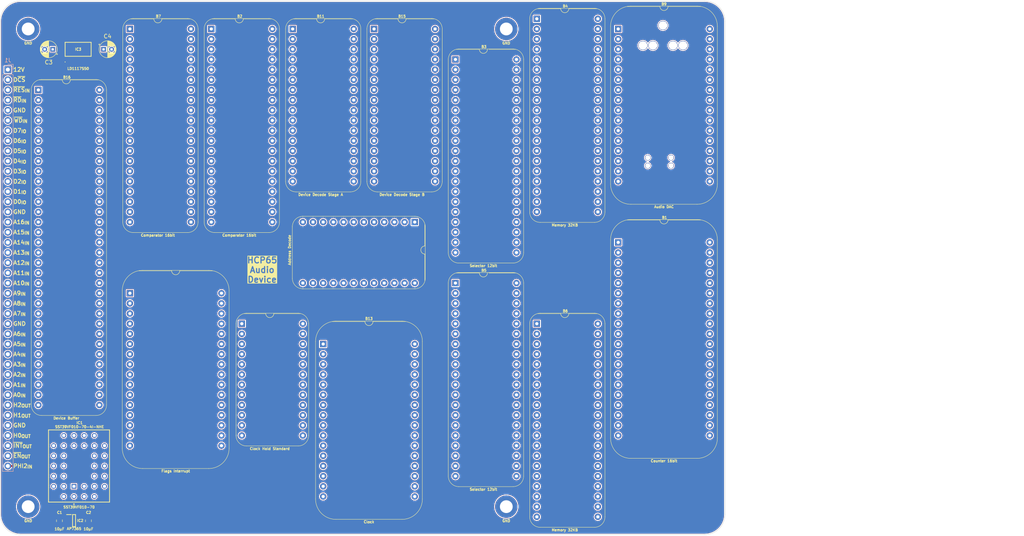
<source format=kicad_pcb>
(kicad_pcb (version 20221018) (generator pcbnew)
  (layers (0 "F.Cu" signal) (31 "B.Cu" signal) (36 "B.SilkS" user "B.Silkscreen") (37 "F.SilkS" user "F.Silkscreen") (38 "B.Mask" user) (39 "F.Mask" user) (44 "Edge.Cuts" user))
  (net 0 "")
  (net 1 "/Read Counter Address High")
  (net 2 "/Read Counter Address Low")
  (net 3 "/5V")
  (net 4 "/CLK")
  (net 5 "/~{End} _{CMP}")
  (net 6 "/Enable")
  (net 7 "/GND")
  (net 8 "/D7")
  (net 9 "/D6")
  (net 12 "/D5")
  (net 13 "/D4")
  (net 14 "/D3")
  (net 15 "/D2")
  (net 16 "/D1")
  (net 17 "/D0")
  (net 18 "/3.3V")
  (net 20 "/Write Start Address High")
  (net 21 "/Write Start Address Low")
  (net 22 "/C0")
  (net 23 "/C1")
  (net 24 "/C2")
  (net 25 "/C3")
  (net 26 "/C4")
  (net 27 "/C5")
  (net 28 "/C6")
  (net 29 "/C7")
  (net 30 "/C8")
  (net 31 "/C9")
  (net 32 "/C10")
  (net 33 "/C11")
  (net 34 "/C12")
  (net 35 "/C13")
  (net 38 "/C14")
  (net 47 "/Write Interrupt Address High")
  (net 48 "/Write Interrupt Address Low")
  (net 49 "/~{Interrupt} _{CMP}")
  (net 50 "/~{CPU Address}")
  (net 51 "/A11")
  (net 52 "/A10")
  (net 53 "/A9")
  (net 54 "/A8")
  (net 55 "/A7")
  (net 56 "/A6")
  (net 57 "/A5")
  (net 58 "/A4")
  (net 59 "/A3")
  (net 60 "/A2")
  (net 61 "/A1")
  (net 62 "/A0")
  (net 63 "/M0")
  (net 64 "/M1")
  (net 65 "/M2")
  (net 66 "/M3")
  (net 67 "/M4")
  (net 68 "/M5")
  (net 69 "/M6")
  (net 70 "/M7")
  (net 71 "/M8")
  (net 72 "/M9")
  (net 73 "/M10")
  (net 74 "/M11")
  (net 89 "/CPU A ~{OE}·~{WE}")
  (net 90 "/~{WD}")
  (net 91 "/A ~{OE}")
  (net 92 "/A ~{WE}")
  (net 93 "/M14")
  (net 94 "/M13")
  (net 95 "/M12")
  (net 96 "/Sound Address")
  (net 97 "/~{WR}_{A}")
  (net 98 "/MAX0")
  (net 99 "/MAX1")
  (net 100 "/MAX2")
  (net 101 "/MAX3")
  (net 102 "/MAX4")
  (net 103 "/MAX5")
  (net 104 "/MAX6")
  (net 105 "/MAX7")
  (net 106 "/CPU A ~{OE}")
  (net 107 "/CPU A ~{WE}")
  (net 108 "/CPU B ~{OE}")
  (net 109 "/CPU B ~{WE}")
  (net 110 "/A14")
  (net 111 "/A13")
  (net 112 "/A12")
  (net 116 "/B ~{WE}")
  (net 117 "/B ~{OE}")
  (net 120 "/CPU B ~{OE}·~{WE}")
  (net 121 "/~{WR}_{B}")
  (net 128 "/Write End Address High")
  (net 129 "/Write End Address Low")
  (net 130 "/~{CLK}")
  (net 131 "/Write Clear Interrupt")
  (net 132 "/Read Flags")
  (net 133 "/Write Flags")
  (net 134 "/Clock Select _{S0}")
  (net 135 "/Clock Select _{S1}")
  (net 136 "/~{Enable} _{OUT}")
  (net 137 "/~{Interrupt} _{OUT}")
  (net 138 "/MAX_{A0}")
  (net 139 "/MAX_{~{WR}}")
  (net 140 "/Device ~{CS}")
  (net 141 "/A16")
  (net 142 "/~{RD}")
  (net 143 "/A15")
  (net 144 "/D7_{IN{slash}OUT}")
  (net 145 "/D6_{IN{slash}OUT}")
  (net 146 "/D5_{IN{slash}OUT}")
  (net 147 "/D4_{IN{slash}OUT}")
  (net 148 "/D3_{IN{slash}OUT}")
  (net 149 "/D2_{IN{slash}OUT}")
  (net 150 "/D1_{IN{slash}OUT}")
  (net 151 "/D0_{IN{slash}OUT}")
  (net 152 "/~{Reset} _{IN}")
  (net 153 "/~{WD}_{IN}")
  (net 154 "/~{RD}_{IN}")
  (net 155 "/PHI2_{IN}")
  (net 179 "/H2_{OUT}")
  (net 184 "/~{Device ROM}")
  (net 187 "/H1_{OUT}")
  (net 188 "/H0_{OUT}")
  (net 190 "/~{Device Registers}")
  (net 196 "/12V")
  (net 199 "/A16_{IN}")
  (net 200 "/A15_{IN}")
  (net 201 "/A14_{IN}")
  (net 202 "/A13_{IN}")
  (net 203 "/A12_{IN}")
  (net 204 "/A11_{IN}")
  (net 205 "/A10_{IN}")
  (net 206 "/A9_{IN}")
  (net 207 "/A8_{IN}")
  (net 208 "/A7_{IN}")
  (net 209 "/A6_{IN}")
  (net 210 "/A5_{IN}")
  (net 211 "/A4_{IN}")
  (net 212 "/A3_{IN}")
  (net 213 "/A2_{IN}")
  (net 214 "/A1_{IN}")
  (net 215 "/A0_{IN}")
  (net 218 "/Device ~{CS} _{IN}")
  (net 221 "/~{A4}")
  (footprint "HCP65_Parts:HCP65_Sound_Clock" (layer "F.Cu") (at 104.14 114.3)
    (fp_text reference "B13")
    (fp_text value "Sound Clock" hide)
  )
  (footprint "SamacSys_Parts:LD1117S33C" (layer "F.Cu") (at 42.958 40.64)
    (fp_text reference "IC3")
    (fp_text value "LD1117S50C" hide)
  )
  (footprint "HCP65_Parts:HCP65_MountingHole_M3_" (layer "F.Cu") (at 149.86 35.56)
    (fp_text reference "H4" hide)
    (fp_text value "MountingHole_Pad")
  )
  (footprint "SamacSys_Parts:C_0805" (layer "F.Cu") (at 38.287 158.491)
    (fp_text reference "C1")
    (fp_text value "10µF")
  )
  (footprint "HCP65_Parts:HCP65_Memory_32KB_With_Latch" (layer "F.Cu") (at 157.48 109.22)
    (fp_text reference "B6")
    (fp_text value "Memory 32KB" hide)
  )
  (footprint "HCP65_Parts:HCP65_Device_Buffer" (layer "F.Cu") (at 33.02 50.8)
    (fp_text reference "B16")
    (fp_text value "Device Buffer" hide)
  )
  (footprint "HCP65_Parts:HCP65_Comparator_16bit" (layer "F.Cu") (at 76.2 35.56)
    (fp_text reference "B2")
    (fp_text value "Comparator 16bit" hide)
  )
  (footprint "HCP65_Parts:HCP65_Clock_Hold_Standard" (layer "F.Cu") (at 83.82 109.22)
    (fp_text reference "B10" hide)
    (fp_text value "Clock Hold Standard" hide)
  )
  (footprint "NetTie:NetTie-2_SMD_Pad0.5mm" (layer "F.Cu") (at 26.789 144.78)
    (fp_text reference "NT1" hide)
    (fp_text value "NetTie_2" hide)
  )
  (footprint "HCP65_Parts:HCP65_Audio_DAC" (layer "F.Cu") (at 177.8 35.56)
    (fp_text reference "B9")
    (fp_text value "Audio DAC" hide)
  )
  (footprint "HCP65_Parts:HCP65_Flags_Interrupt" (layer "F.Cu") (at 55.88 101.6)
    (fp_text reference "B8" hide)
    (fp_text value "Flags Interrupt" hide)
  )
  (footprint "Capacitor_THT:CP_Radial_D4.0mm_P2.00mm" (layer "F.Cu") (at 49.308 40.64)
    (fp_text reference "C4")
    (fp_text value "C_Polarized")
  )
  (footprint "HCP65_Parts:HCP65_Counter_16bit_DIO" (layer "F.Cu") (at 177.8 88.9)
    (fp_text reference "B1")
    (fp_text value "Counter 16bit with IO" hide)
  )
  (footprint "SamacSys_Parts:SOT95P285X130-5N" (layer "F.Cu") (at 41.94 158.43)
    (fp_text reference "IC2")
    (fp_text value "AP7365-33WG-7" hide)
  )
  (footprint "HCP65_Parts:HCP65_Selector_12bit" (layer "F.Cu") (at 137.16 43.18)
    (fp_text reference "B3")
    (fp_text value "Selector 12bit" hide)
  )
  (footprint "SamacSys_Parts:C_0805" (layer "F.Cu") (at 45.526 158.491)
    (fp_text reference "C2")
    (fp_text value "10µF")
  )
  (footprint "HCP65_Parts:HCP65_Device_Decode_Stage_B" (layer "F.Cu") (at 116.84 35.56)
    (fp_text reference "B15")
    (fp_text value "Device Decode Stage B" hide)
  )
  (footprint "HCP65_Parts:HCP65_Sound_Address_Decode" (layer "F.Cu") (at 127 83.82 -90)
    (fp_text reference "B12" hide)
    (fp_text value "Sound Address Decode" hide)
  )
  (footprint "HCP65_Parts:HCP65_Comparator_16bit" (layer "F.Cu") (at 55.88 35.56)
    (fp_text reference "B7")
    (fp_text value "Comparator 16bit" hide)
  )
  (footprint "HCP65_Parts:HCP65_Device_Decode_Stage_A" (layer "F.Cu") (at 96.52 35.56)
    (fp_text reference "B11")
    (fp_text value "Device Decode Stage A" hide)
  )
  (footprint "HCP65_Parts:HCP65_Memory_32KB_With_Latch" (layer "F.Cu") (at 157.48 33.02)
    (fp_text reference "B4")
    (fp_text value "Memory 32KB" hide)
  )
  (footprint "Capacitor_THT:CP_Radial_D4.0mm_P2.00mm" (layer "F.Cu") (at 36.608 40.64 180)
    (fp_text reference "C3")
    (fp_text value "C_Polarized")
  )
  (footprint "SamacSys_Parts:5408803224008" (layer "F.Cu") (at 41.91 149.86)
    (fp_text reference "IC1")
    (fp_text value "SST39VF010-70-4I-NHE")
  )
  (footprint "HCP65_Parts:HCP65_Selector_12bit" (layer "F.Cu") (at 137.16 99.06)
    (fp_text reference "B5")
    (fp_text value "Selector 12bit" hide)
  )
  (footprint "HCP65_Parts:HCP65_MountingHole_M3_" (layer "F.Cu") (at 30.48 154.94)
    (fp_text reference "H2" hide)
    (fp_text value "MountingHole_Pad")
  )
  (footprint "HCP65_Parts:HCP65_MountingHole_M3_" (layer "F.Cu") (at 149.86 154.94)
    (fp_text reference "H3" hide)
    (fp_text value "MountingHole_Pad")
  )
  (footprint "HCP65_Parts:HCP65_MountingHole_M3_" (layer "F.Cu") (at 30.48 35.56)
    (fp_text reference "H1" hide)
    (fp_text value "MountingHole_Pad")
  )
  (footprint "Connector_PinHeader_2.54mm:PinHeader_1x40_P2.54mm_Vertical" (layer "B.Cu") (at 25.4 45.72 180)
    (fp_text reference "J1")
    (fp_text value "Conn_01x40_Pin")
  )
  (gr_line (start 28.575 161.925) (end 199.39 161.925) (stroke (width 0.1)) (layer "Edge.Cuts"))
  (gr_arc (start 199.39 28.575) (mid 202.982104 30.062897) (end 204.47 33.655) (stroke (width 0.1)) (layer "Edge.Cuts"))
  (gr_line (start 204.47 156.845) (end 204.47 33.655) (stroke (width 0.1)) (layer "Edge.Cuts"))
  (gr_arc (start 23.495 33.655) (mid 24.982898 30.062898) (end 28.575 28.575) (stroke (width 0.1)) (layer "Edge.Cuts"))
  (gr_line (start 28.575 28.575) (end 199.39 28.575) (stroke (width 0.1)) (layer "Edge.Cuts"))
  (gr_arc (start 204.47 156.845) (mid 202.982102 160.437102) (end 199.39 161.925) (stroke (width 0.1)) (layer "Edge.Cuts"))
  (gr_line (start 23.495 156.845) (end 23.495 33.655) (stroke (width 0.1)) (layer "Edge.Cuts"))
  (gr_arc (start 28.575 161.925) (mid 24.982898 160.437102) (end 23.495 156.845) (stroke (width 0.1)) (layer "Edge.Cuts"))
  (gr_text "~{RES}_{IN}" (at 26.67 50.8) (layer "F.SilkS") (effects (font (size 1 1) (thickness 0.2) bold) (justify left)))
  (gr_text "GND" (at 26.67 55.88) (layer "F.SilkS") (effects (font (size 1 1) (thickness 0.2) bold) (justify left)))
  (gr_text "A16_{IN}" (at 26.67 83.82) (layer "F.SilkS") (effects (font (size 1 1) (thickness 0.2) bold) (justify left)))
  (gr_text "~{RD}_{IN}" (at 26.67 53.34) (layer "F.SilkS") (effects (font (size 1 1) (thickness 0.2) bold) (justify left)))
  (gr_text "A2_{IN}" (at 26.67 121.92) (layer "F.SilkS") (effects (font (size 1 1) (thickness 0.2) bold) (justify left)))
  (gr_text "D5_{IO}" (at 26.67 66.04) (layer "F.SilkS") (effects (font (size 1 1) (thickness 0.2) bold) (justify left)))
  (gr_text "12V" (at 26.67 45.72) (layer "F.SilkS") (effects (font (size 1 1) (thickness 0.2) bold) (justify left)))
  (gr_text "A9_{IN}" (at 26.67 101.6) (layer "F.SilkS") (effects (font (size 1 1) (thickness 0.2) bold) (justify left)))
  (gr_text "~{WD}_{IN}" (at 26.797 58.42) (layer "F.SilkS") (effects (font (size 1 1) (thickness 0.2) bold) (justify left)))
  (gr_text "A11_{IN}" (at 26.67 96.52) (layer "F.SilkS") (effects (font (size 1 1) (thickness 0.2) bold) (justify left)))
  (gr_text "D7_{IO}" (at 26.67 60.96) (layer "F.SilkS") (effects (font (size 1 1) (thickness 0.2) bold) (justify left)))
  (gr_text "A5_{IN}" (at 26.67 114.3) (layer "F.SilkS") (effects (font (size 1 1) (thickness 0.2) bold) (justify left)))
  (gr_text "D~{CS}" (at 26.67 48.26) (layer "F.SilkS") (effects (font (size 1 1) (thickness 0.2) bold) (justify left)))
  (gr_text "A14_{IN}" (at 26.67 88.9) (layer "F.SilkS") (effects (font (size 1 1) (thickness 0.2) bold) (justify left)))
  (gr_text "A8_{IN}" (at 26.67 104.14) (layer "F.SilkS") (effects (font (size 1 1) (thickness 0.2) bold) (justify left)))
  (gr_text "D1_{IO}" (at 26.67 76.2) (layer "F.SilkS") (effects (font (size 1 1) (thickness 0.2) bold) (justify left)))
  (gr_text "A7_{IN}" (at 26.67 106.68) (layer "F.SilkS") (effects (font (size 1 1) (thickness 0.2) bold) (justify left)))
  (gr_text "PHI2_{IN}" (at 26.67 144.78) (layer "F.SilkS") (effects (font (size 1 1) (thickness 0.2) bold) (justify left)))
  (gr_text "D4_{IO}" (at 26.67 68.58) (layer "F.SilkS") (effects (font (size 1 1) (thickness 0.2) bold) (justify left)))
  (gr_text "HCP65\nAudio\nDevice" (at 88.9 99.06) (layer "F.SilkS" knockout) (effects (font (size 1.5 1.5) (thickness 0.3) bold) (justify bottom)))
  (gr_text "A3_{IN}" (at 26.67 119.38) (layer "F.SilkS") (effects (font (size 1 1) (thickness 0.2) bold) (justify left)))
  (gr_text "~{INT}_{OUT}" (at 26.67 139.7) (layer "F.SilkS") (effects (font (size 1 1) (thickness 0.2) bold) (justify left)))
  (gr_text "GND" (at 26.67 134.62) (layer "F.SilkS") (effects (font (size 1 1) (thickness 0.2) bold) (justify left)))
  (gr_text "D3_{IO}" (at 26.67 71.12) (layer "F.SilkS") (effects (font (size 1 1) (thickness 0.2) bold) (justify left)))
  (gr_text "H2_{OUT}" (at 26.67 129.54) (layer "F.SilkS") (effects (font (size 1 1) (thickness 0.2) bold) (justify left)))
  (gr_text "A4_{IN}" (at 26.67 116.84) (layer "F.SilkS") (effects (font (size 1 1) (thickness 0.2) bold) (justify left)))
  (gr_text "H0_{OUT}" (at 26.67 137.16) (layer "F.SilkS") (effects (font (size 1 1) (thickness 0.2) bold) (justify left)))
  (gr_text "A0_{IN}" (at 26.67 127) (layer "F.SilkS") (effects (font (size 1 1) (thickness 0.2) bold) (justify left)))
  (gr_text "A12_{IN}" (at 26.67 93.98) (layer "F.SilkS") (effects (font (size 1 1) (thickness 0.2) bold) (justify left)))
  (gr_text "GND" (at 26.67 81.28) (layer "F.SilkS") (effects (font (size 1 1) (thickness 0.2) bold) (justify left)))
  (gr_text "~{EN}_{OUT}" (at 26.67 142.24) (layer "F.SilkS") (effects (font (size 1 1) (thickness 0.2) bold) (justify left)))
  (gr_text "A1_{IN}" (at 26.67 124.46) (layer "F.SilkS") (effects (font (size 1 1) (thickness 0.2) bold) (justify left)))
  (gr_text "GND" (at 26.67 109.22) (layer "F.SilkS") (effects (font (size 1 1) (thickness 0.2) bold) (justify left)))
  (gr_text "H1_{OUT}" (at 26.67 132.08) (layer "F.SilkS") (effects (font (size 1 1) (thickness 0.2) bold) (justify left)))
  (gr_text "D6_{IO}" (at 26.67 63.5) (layer "F.SilkS") (effects (font (size 1 1) (thickness 0.2) bold) (justify left)))
  (gr_text "D0_{IO}" (at 26.67 78.74) (layer "F.SilkS") (effects (font (size 1 1) (thickness 0.2) bold) (justify left)))
  (gr_text "A10_{IN}" (at 26.67 99.06) (layer "F.SilkS") (effects (font (size 1 1) (thickness 0.2) bold) (justify left)))
  (gr_text "A13_{IN}" (at 26.67 91.44) (layer "F.SilkS") (effects (font (size 1 1) (thickness 0.2) bold) (justify left)))
  (gr_text "A6_{IN}" (at 26.67 111.76) (layer "F.SilkS") (effects (font (size 1 1) (thickness 0.2) bold) (justify left)))
  (gr_text "A15_{IN}" (at 26.67 86.36) (layer "F.SilkS") (effects (font (size 1 1) (thickness 0.2) bold) (justify left)))
  (gr_text "D2_{IO}" (at 26.67 73.66) (layer "F.SilkS") (effects (font (size 1 1) (thickness 0.2) bold) (justify left)))
  (zone (net 0) (net_name "") (layers "F&B.Cu") (connect_pads (clearance 0.25)) (min_thickness 0.25) (fill yes (thermal_gap 0.5) (thermal_bridge_width 0.5) (island_removal_mode 1) (island_area_min 10))
    (polygon (pts (xy 23.749 28.321) (xy 279.146 28.321) (xy 279.146 162.306) (xy 23.749 162.306)))
  )
)
</source>
